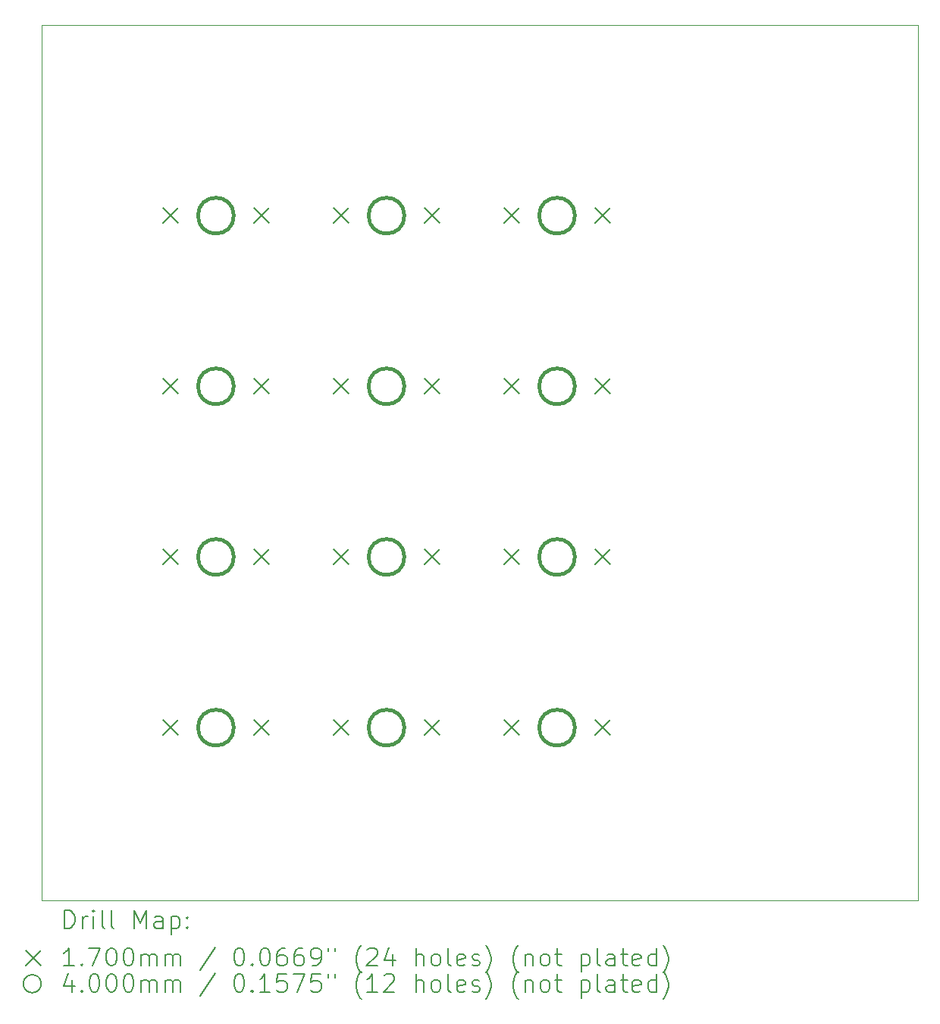
<source format=gbr>
%TF.GenerationSoftware,KiCad,Pcbnew,9.0.2*%
%TF.CreationDate,2025-07-31T17:55:36-05:00*%
%TF.ProjectId,highway,68696768-7761-4792-9e6b-696361645f70,rev?*%
%TF.SameCoordinates,Original*%
%TF.FileFunction,Drillmap*%
%TF.FilePolarity,Positive*%
%FSLAX45Y45*%
G04 Gerber Fmt 4.5, Leading zero omitted, Abs format (unit mm)*
G04 Created by KiCad (PCBNEW 9.0.2) date 2025-07-31 17:55:36*
%MOMM*%
%LPD*%
G01*
G04 APERTURE LIST*
%ADD10C,0.050000*%
%ADD11C,0.200000*%
%ADD12C,0.170000*%
%ADD13C,0.400000*%
G04 APERTURE END LIST*
D10*
X7100000Y-1679375D02*
X16888625Y-1679375D01*
X16888625Y-11450625D01*
X7100000Y-11450625D01*
X7100000Y-1679375D01*
D11*
D12*
X8455750Y-3725000D02*
X8625750Y-3895000D01*
X8625750Y-3725000D02*
X8455750Y-3895000D01*
X8455750Y-5630000D02*
X8625750Y-5800000D01*
X8625750Y-5630000D02*
X8455750Y-5800000D01*
X8455750Y-7535000D02*
X8625750Y-7705000D01*
X8625750Y-7535000D02*
X8455750Y-7705000D01*
X8455750Y-9440000D02*
X8625750Y-9610000D01*
X8625750Y-9440000D02*
X8455750Y-9610000D01*
X9471750Y-3725000D02*
X9641750Y-3895000D01*
X9641750Y-3725000D02*
X9471750Y-3895000D01*
X9471750Y-5630000D02*
X9641750Y-5800000D01*
X9641750Y-5630000D02*
X9471750Y-5800000D01*
X9471750Y-7535000D02*
X9641750Y-7705000D01*
X9641750Y-7535000D02*
X9471750Y-7705000D01*
X9471750Y-9440000D02*
X9641750Y-9610000D01*
X9641750Y-9440000D02*
X9471750Y-9610000D01*
X10360750Y-3725000D02*
X10530750Y-3895000D01*
X10530750Y-3725000D02*
X10360750Y-3895000D01*
X10360750Y-5630000D02*
X10530750Y-5800000D01*
X10530750Y-5630000D02*
X10360750Y-5800000D01*
X10360750Y-7535000D02*
X10530750Y-7705000D01*
X10530750Y-7535000D02*
X10360750Y-7705000D01*
X10360750Y-9440000D02*
X10530750Y-9610000D01*
X10530750Y-9440000D02*
X10360750Y-9610000D01*
X11376750Y-3725000D02*
X11546750Y-3895000D01*
X11546750Y-3725000D02*
X11376750Y-3895000D01*
X11376750Y-5630000D02*
X11546750Y-5800000D01*
X11546750Y-5630000D02*
X11376750Y-5800000D01*
X11376750Y-7535000D02*
X11546750Y-7705000D01*
X11546750Y-7535000D02*
X11376750Y-7705000D01*
X11376750Y-9440000D02*
X11546750Y-9610000D01*
X11546750Y-9440000D02*
X11376750Y-9610000D01*
X12265750Y-3725000D02*
X12435750Y-3895000D01*
X12435750Y-3725000D02*
X12265750Y-3895000D01*
X12265750Y-5630000D02*
X12435750Y-5800000D01*
X12435750Y-5630000D02*
X12265750Y-5800000D01*
X12265750Y-7535000D02*
X12435750Y-7705000D01*
X12435750Y-7535000D02*
X12265750Y-7705000D01*
X12265750Y-9440000D02*
X12435750Y-9610000D01*
X12435750Y-9440000D02*
X12265750Y-9610000D01*
X13281750Y-3725000D02*
X13451750Y-3895000D01*
X13451750Y-3725000D02*
X13281750Y-3895000D01*
X13281750Y-5630000D02*
X13451750Y-5800000D01*
X13451750Y-5630000D02*
X13281750Y-5800000D01*
X13281750Y-7535000D02*
X13451750Y-7705000D01*
X13451750Y-7535000D02*
X13281750Y-7705000D01*
X13281750Y-9440000D02*
X13451750Y-9610000D01*
X13451750Y-9440000D02*
X13281750Y-9610000D01*
D13*
X9248750Y-3810000D02*
G75*
G02*
X8848750Y-3810000I-200000J0D01*
G01*
X8848750Y-3810000D02*
G75*
G02*
X9248750Y-3810000I200000J0D01*
G01*
X9248750Y-5715000D02*
G75*
G02*
X8848750Y-5715000I-200000J0D01*
G01*
X8848750Y-5715000D02*
G75*
G02*
X9248750Y-5715000I200000J0D01*
G01*
X9248750Y-7620000D02*
G75*
G02*
X8848750Y-7620000I-200000J0D01*
G01*
X8848750Y-7620000D02*
G75*
G02*
X9248750Y-7620000I200000J0D01*
G01*
X9248750Y-9525000D02*
G75*
G02*
X8848750Y-9525000I-200000J0D01*
G01*
X8848750Y-9525000D02*
G75*
G02*
X9248750Y-9525000I200000J0D01*
G01*
X11153750Y-3810000D02*
G75*
G02*
X10753750Y-3810000I-200000J0D01*
G01*
X10753750Y-3810000D02*
G75*
G02*
X11153750Y-3810000I200000J0D01*
G01*
X11153750Y-5715000D02*
G75*
G02*
X10753750Y-5715000I-200000J0D01*
G01*
X10753750Y-5715000D02*
G75*
G02*
X11153750Y-5715000I200000J0D01*
G01*
X11153750Y-7620000D02*
G75*
G02*
X10753750Y-7620000I-200000J0D01*
G01*
X10753750Y-7620000D02*
G75*
G02*
X11153750Y-7620000I200000J0D01*
G01*
X11153750Y-9525000D02*
G75*
G02*
X10753750Y-9525000I-200000J0D01*
G01*
X10753750Y-9525000D02*
G75*
G02*
X11153750Y-9525000I200000J0D01*
G01*
X13058750Y-3810000D02*
G75*
G02*
X12658750Y-3810000I-200000J0D01*
G01*
X12658750Y-3810000D02*
G75*
G02*
X13058750Y-3810000I200000J0D01*
G01*
X13058750Y-5715000D02*
G75*
G02*
X12658750Y-5715000I-200000J0D01*
G01*
X12658750Y-5715000D02*
G75*
G02*
X13058750Y-5715000I200000J0D01*
G01*
X13058750Y-7620000D02*
G75*
G02*
X12658750Y-7620000I-200000J0D01*
G01*
X12658750Y-7620000D02*
G75*
G02*
X13058750Y-7620000I200000J0D01*
G01*
X13058750Y-9525000D02*
G75*
G02*
X12658750Y-9525000I-200000J0D01*
G01*
X12658750Y-9525000D02*
G75*
G02*
X13058750Y-9525000I200000J0D01*
G01*
D11*
X7358277Y-11764609D02*
X7358277Y-11564609D01*
X7358277Y-11564609D02*
X7405896Y-11564609D01*
X7405896Y-11564609D02*
X7434467Y-11574133D01*
X7434467Y-11574133D02*
X7453515Y-11593180D01*
X7453515Y-11593180D02*
X7463039Y-11612228D01*
X7463039Y-11612228D02*
X7472562Y-11650323D01*
X7472562Y-11650323D02*
X7472562Y-11678894D01*
X7472562Y-11678894D02*
X7463039Y-11716990D01*
X7463039Y-11716990D02*
X7453515Y-11736037D01*
X7453515Y-11736037D02*
X7434467Y-11755085D01*
X7434467Y-11755085D02*
X7405896Y-11764609D01*
X7405896Y-11764609D02*
X7358277Y-11764609D01*
X7558277Y-11764609D02*
X7558277Y-11631275D01*
X7558277Y-11669371D02*
X7567801Y-11650323D01*
X7567801Y-11650323D02*
X7577324Y-11640799D01*
X7577324Y-11640799D02*
X7596372Y-11631275D01*
X7596372Y-11631275D02*
X7615420Y-11631275D01*
X7682086Y-11764609D02*
X7682086Y-11631275D01*
X7682086Y-11564609D02*
X7672562Y-11574133D01*
X7672562Y-11574133D02*
X7682086Y-11583656D01*
X7682086Y-11583656D02*
X7691610Y-11574133D01*
X7691610Y-11574133D02*
X7682086Y-11564609D01*
X7682086Y-11564609D02*
X7682086Y-11583656D01*
X7805896Y-11764609D02*
X7786848Y-11755085D01*
X7786848Y-11755085D02*
X7777324Y-11736037D01*
X7777324Y-11736037D02*
X7777324Y-11564609D01*
X7910658Y-11764609D02*
X7891610Y-11755085D01*
X7891610Y-11755085D02*
X7882086Y-11736037D01*
X7882086Y-11736037D02*
X7882086Y-11564609D01*
X8139229Y-11764609D02*
X8139229Y-11564609D01*
X8139229Y-11564609D02*
X8205896Y-11707466D01*
X8205896Y-11707466D02*
X8272562Y-11564609D01*
X8272562Y-11564609D02*
X8272562Y-11764609D01*
X8453515Y-11764609D02*
X8453515Y-11659847D01*
X8453515Y-11659847D02*
X8443991Y-11640799D01*
X8443991Y-11640799D02*
X8424944Y-11631275D01*
X8424944Y-11631275D02*
X8386848Y-11631275D01*
X8386848Y-11631275D02*
X8367801Y-11640799D01*
X8453515Y-11755085D02*
X8434467Y-11764609D01*
X8434467Y-11764609D02*
X8386848Y-11764609D01*
X8386848Y-11764609D02*
X8367801Y-11755085D01*
X8367801Y-11755085D02*
X8358277Y-11736037D01*
X8358277Y-11736037D02*
X8358277Y-11716990D01*
X8358277Y-11716990D02*
X8367801Y-11697942D01*
X8367801Y-11697942D02*
X8386848Y-11688418D01*
X8386848Y-11688418D02*
X8434467Y-11688418D01*
X8434467Y-11688418D02*
X8453515Y-11678894D01*
X8548753Y-11631275D02*
X8548753Y-11831275D01*
X8548753Y-11640799D02*
X8567801Y-11631275D01*
X8567801Y-11631275D02*
X8605896Y-11631275D01*
X8605896Y-11631275D02*
X8624944Y-11640799D01*
X8624944Y-11640799D02*
X8634467Y-11650323D01*
X8634467Y-11650323D02*
X8643991Y-11669371D01*
X8643991Y-11669371D02*
X8643991Y-11726513D01*
X8643991Y-11726513D02*
X8634467Y-11745561D01*
X8634467Y-11745561D02*
X8624944Y-11755085D01*
X8624944Y-11755085D02*
X8605896Y-11764609D01*
X8605896Y-11764609D02*
X8567801Y-11764609D01*
X8567801Y-11764609D02*
X8548753Y-11755085D01*
X8729705Y-11745561D02*
X8739229Y-11755085D01*
X8739229Y-11755085D02*
X8729705Y-11764609D01*
X8729705Y-11764609D02*
X8720182Y-11755085D01*
X8720182Y-11755085D02*
X8729705Y-11745561D01*
X8729705Y-11745561D02*
X8729705Y-11764609D01*
X8729705Y-11640799D02*
X8739229Y-11650323D01*
X8739229Y-11650323D02*
X8729705Y-11659847D01*
X8729705Y-11659847D02*
X8720182Y-11650323D01*
X8720182Y-11650323D02*
X8729705Y-11640799D01*
X8729705Y-11640799D02*
X8729705Y-11659847D01*
D12*
X6927500Y-12008125D02*
X7097500Y-12178125D01*
X7097500Y-12008125D02*
X6927500Y-12178125D01*
D11*
X7463039Y-12184609D02*
X7348753Y-12184609D01*
X7405896Y-12184609D02*
X7405896Y-11984609D01*
X7405896Y-11984609D02*
X7386848Y-12013180D01*
X7386848Y-12013180D02*
X7367801Y-12032228D01*
X7367801Y-12032228D02*
X7348753Y-12041752D01*
X7548753Y-12165561D02*
X7558277Y-12175085D01*
X7558277Y-12175085D02*
X7548753Y-12184609D01*
X7548753Y-12184609D02*
X7539229Y-12175085D01*
X7539229Y-12175085D02*
X7548753Y-12165561D01*
X7548753Y-12165561D02*
X7548753Y-12184609D01*
X7624943Y-11984609D02*
X7758277Y-11984609D01*
X7758277Y-11984609D02*
X7672562Y-12184609D01*
X7872562Y-11984609D02*
X7891610Y-11984609D01*
X7891610Y-11984609D02*
X7910658Y-11994133D01*
X7910658Y-11994133D02*
X7920182Y-12003656D01*
X7920182Y-12003656D02*
X7929705Y-12022704D01*
X7929705Y-12022704D02*
X7939229Y-12060799D01*
X7939229Y-12060799D02*
X7939229Y-12108418D01*
X7939229Y-12108418D02*
X7929705Y-12146513D01*
X7929705Y-12146513D02*
X7920182Y-12165561D01*
X7920182Y-12165561D02*
X7910658Y-12175085D01*
X7910658Y-12175085D02*
X7891610Y-12184609D01*
X7891610Y-12184609D02*
X7872562Y-12184609D01*
X7872562Y-12184609D02*
X7853515Y-12175085D01*
X7853515Y-12175085D02*
X7843991Y-12165561D01*
X7843991Y-12165561D02*
X7834467Y-12146513D01*
X7834467Y-12146513D02*
X7824943Y-12108418D01*
X7824943Y-12108418D02*
X7824943Y-12060799D01*
X7824943Y-12060799D02*
X7834467Y-12022704D01*
X7834467Y-12022704D02*
X7843991Y-12003656D01*
X7843991Y-12003656D02*
X7853515Y-11994133D01*
X7853515Y-11994133D02*
X7872562Y-11984609D01*
X8063039Y-11984609D02*
X8082086Y-11984609D01*
X8082086Y-11984609D02*
X8101134Y-11994133D01*
X8101134Y-11994133D02*
X8110658Y-12003656D01*
X8110658Y-12003656D02*
X8120182Y-12022704D01*
X8120182Y-12022704D02*
X8129705Y-12060799D01*
X8129705Y-12060799D02*
X8129705Y-12108418D01*
X8129705Y-12108418D02*
X8120182Y-12146513D01*
X8120182Y-12146513D02*
X8110658Y-12165561D01*
X8110658Y-12165561D02*
X8101134Y-12175085D01*
X8101134Y-12175085D02*
X8082086Y-12184609D01*
X8082086Y-12184609D02*
X8063039Y-12184609D01*
X8063039Y-12184609D02*
X8043991Y-12175085D01*
X8043991Y-12175085D02*
X8034467Y-12165561D01*
X8034467Y-12165561D02*
X8024943Y-12146513D01*
X8024943Y-12146513D02*
X8015420Y-12108418D01*
X8015420Y-12108418D02*
X8015420Y-12060799D01*
X8015420Y-12060799D02*
X8024943Y-12022704D01*
X8024943Y-12022704D02*
X8034467Y-12003656D01*
X8034467Y-12003656D02*
X8043991Y-11994133D01*
X8043991Y-11994133D02*
X8063039Y-11984609D01*
X8215420Y-12184609D02*
X8215420Y-12051275D01*
X8215420Y-12070323D02*
X8224943Y-12060799D01*
X8224943Y-12060799D02*
X8243991Y-12051275D01*
X8243991Y-12051275D02*
X8272563Y-12051275D01*
X8272563Y-12051275D02*
X8291610Y-12060799D01*
X8291610Y-12060799D02*
X8301134Y-12079847D01*
X8301134Y-12079847D02*
X8301134Y-12184609D01*
X8301134Y-12079847D02*
X8310658Y-12060799D01*
X8310658Y-12060799D02*
X8329705Y-12051275D01*
X8329705Y-12051275D02*
X8358277Y-12051275D01*
X8358277Y-12051275D02*
X8377324Y-12060799D01*
X8377324Y-12060799D02*
X8386848Y-12079847D01*
X8386848Y-12079847D02*
X8386848Y-12184609D01*
X8482086Y-12184609D02*
X8482086Y-12051275D01*
X8482086Y-12070323D02*
X8491610Y-12060799D01*
X8491610Y-12060799D02*
X8510658Y-12051275D01*
X8510658Y-12051275D02*
X8539229Y-12051275D01*
X8539229Y-12051275D02*
X8558277Y-12060799D01*
X8558277Y-12060799D02*
X8567801Y-12079847D01*
X8567801Y-12079847D02*
X8567801Y-12184609D01*
X8567801Y-12079847D02*
X8577325Y-12060799D01*
X8577325Y-12060799D02*
X8596372Y-12051275D01*
X8596372Y-12051275D02*
X8624944Y-12051275D01*
X8624944Y-12051275D02*
X8643991Y-12060799D01*
X8643991Y-12060799D02*
X8653515Y-12079847D01*
X8653515Y-12079847D02*
X8653515Y-12184609D01*
X9043991Y-11975085D02*
X8872563Y-12232228D01*
X9301134Y-11984609D02*
X9320182Y-11984609D01*
X9320182Y-11984609D02*
X9339229Y-11994133D01*
X9339229Y-11994133D02*
X9348753Y-12003656D01*
X9348753Y-12003656D02*
X9358277Y-12022704D01*
X9358277Y-12022704D02*
X9367801Y-12060799D01*
X9367801Y-12060799D02*
X9367801Y-12108418D01*
X9367801Y-12108418D02*
X9358277Y-12146513D01*
X9358277Y-12146513D02*
X9348753Y-12165561D01*
X9348753Y-12165561D02*
X9339229Y-12175085D01*
X9339229Y-12175085D02*
X9320182Y-12184609D01*
X9320182Y-12184609D02*
X9301134Y-12184609D01*
X9301134Y-12184609D02*
X9282087Y-12175085D01*
X9282087Y-12175085D02*
X9272563Y-12165561D01*
X9272563Y-12165561D02*
X9263039Y-12146513D01*
X9263039Y-12146513D02*
X9253515Y-12108418D01*
X9253515Y-12108418D02*
X9253515Y-12060799D01*
X9253515Y-12060799D02*
X9263039Y-12022704D01*
X9263039Y-12022704D02*
X9272563Y-12003656D01*
X9272563Y-12003656D02*
X9282087Y-11994133D01*
X9282087Y-11994133D02*
X9301134Y-11984609D01*
X9453515Y-12165561D02*
X9463039Y-12175085D01*
X9463039Y-12175085D02*
X9453515Y-12184609D01*
X9453515Y-12184609D02*
X9443991Y-12175085D01*
X9443991Y-12175085D02*
X9453515Y-12165561D01*
X9453515Y-12165561D02*
X9453515Y-12184609D01*
X9586848Y-11984609D02*
X9605896Y-11984609D01*
X9605896Y-11984609D02*
X9624944Y-11994133D01*
X9624944Y-11994133D02*
X9634468Y-12003656D01*
X9634468Y-12003656D02*
X9643991Y-12022704D01*
X9643991Y-12022704D02*
X9653515Y-12060799D01*
X9653515Y-12060799D02*
X9653515Y-12108418D01*
X9653515Y-12108418D02*
X9643991Y-12146513D01*
X9643991Y-12146513D02*
X9634468Y-12165561D01*
X9634468Y-12165561D02*
X9624944Y-12175085D01*
X9624944Y-12175085D02*
X9605896Y-12184609D01*
X9605896Y-12184609D02*
X9586848Y-12184609D01*
X9586848Y-12184609D02*
X9567801Y-12175085D01*
X9567801Y-12175085D02*
X9558277Y-12165561D01*
X9558277Y-12165561D02*
X9548753Y-12146513D01*
X9548753Y-12146513D02*
X9539229Y-12108418D01*
X9539229Y-12108418D02*
X9539229Y-12060799D01*
X9539229Y-12060799D02*
X9548753Y-12022704D01*
X9548753Y-12022704D02*
X9558277Y-12003656D01*
X9558277Y-12003656D02*
X9567801Y-11994133D01*
X9567801Y-11994133D02*
X9586848Y-11984609D01*
X9824944Y-11984609D02*
X9786848Y-11984609D01*
X9786848Y-11984609D02*
X9767801Y-11994133D01*
X9767801Y-11994133D02*
X9758277Y-12003656D01*
X9758277Y-12003656D02*
X9739229Y-12032228D01*
X9739229Y-12032228D02*
X9729706Y-12070323D01*
X9729706Y-12070323D02*
X9729706Y-12146513D01*
X9729706Y-12146513D02*
X9739229Y-12165561D01*
X9739229Y-12165561D02*
X9748753Y-12175085D01*
X9748753Y-12175085D02*
X9767801Y-12184609D01*
X9767801Y-12184609D02*
X9805896Y-12184609D01*
X9805896Y-12184609D02*
X9824944Y-12175085D01*
X9824944Y-12175085D02*
X9834468Y-12165561D01*
X9834468Y-12165561D02*
X9843991Y-12146513D01*
X9843991Y-12146513D02*
X9843991Y-12098894D01*
X9843991Y-12098894D02*
X9834468Y-12079847D01*
X9834468Y-12079847D02*
X9824944Y-12070323D01*
X9824944Y-12070323D02*
X9805896Y-12060799D01*
X9805896Y-12060799D02*
X9767801Y-12060799D01*
X9767801Y-12060799D02*
X9748753Y-12070323D01*
X9748753Y-12070323D02*
X9739229Y-12079847D01*
X9739229Y-12079847D02*
X9729706Y-12098894D01*
X10015420Y-11984609D02*
X9977325Y-11984609D01*
X9977325Y-11984609D02*
X9958277Y-11994133D01*
X9958277Y-11994133D02*
X9948753Y-12003656D01*
X9948753Y-12003656D02*
X9929706Y-12032228D01*
X9929706Y-12032228D02*
X9920182Y-12070323D01*
X9920182Y-12070323D02*
X9920182Y-12146513D01*
X9920182Y-12146513D02*
X9929706Y-12165561D01*
X9929706Y-12165561D02*
X9939229Y-12175085D01*
X9939229Y-12175085D02*
X9958277Y-12184609D01*
X9958277Y-12184609D02*
X9996372Y-12184609D01*
X9996372Y-12184609D02*
X10015420Y-12175085D01*
X10015420Y-12175085D02*
X10024944Y-12165561D01*
X10024944Y-12165561D02*
X10034468Y-12146513D01*
X10034468Y-12146513D02*
X10034468Y-12098894D01*
X10034468Y-12098894D02*
X10024944Y-12079847D01*
X10024944Y-12079847D02*
X10015420Y-12070323D01*
X10015420Y-12070323D02*
X9996372Y-12060799D01*
X9996372Y-12060799D02*
X9958277Y-12060799D01*
X9958277Y-12060799D02*
X9939229Y-12070323D01*
X9939229Y-12070323D02*
X9929706Y-12079847D01*
X9929706Y-12079847D02*
X9920182Y-12098894D01*
X10129706Y-12184609D02*
X10167801Y-12184609D01*
X10167801Y-12184609D02*
X10186849Y-12175085D01*
X10186849Y-12175085D02*
X10196372Y-12165561D01*
X10196372Y-12165561D02*
X10215420Y-12136990D01*
X10215420Y-12136990D02*
X10224944Y-12098894D01*
X10224944Y-12098894D02*
X10224944Y-12022704D01*
X10224944Y-12022704D02*
X10215420Y-12003656D01*
X10215420Y-12003656D02*
X10205896Y-11994133D01*
X10205896Y-11994133D02*
X10186849Y-11984609D01*
X10186849Y-11984609D02*
X10148753Y-11984609D01*
X10148753Y-11984609D02*
X10129706Y-11994133D01*
X10129706Y-11994133D02*
X10120182Y-12003656D01*
X10120182Y-12003656D02*
X10110658Y-12022704D01*
X10110658Y-12022704D02*
X10110658Y-12070323D01*
X10110658Y-12070323D02*
X10120182Y-12089371D01*
X10120182Y-12089371D02*
X10129706Y-12098894D01*
X10129706Y-12098894D02*
X10148753Y-12108418D01*
X10148753Y-12108418D02*
X10186849Y-12108418D01*
X10186849Y-12108418D02*
X10205896Y-12098894D01*
X10205896Y-12098894D02*
X10215420Y-12089371D01*
X10215420Y-12089371D02*
X10224944Y-12070323D01*
X10301134Y-11984609D02*
X10301134Y-12022704D01*
X10377325Y-11984609D02*
X10377325Y-12022704D01*
X10672563Y-12260799D02*
X10663039Y-12251275D01*
X10663039Y-12251275D02*
X10643991Y-12222704D01*
X10643991Y-12222704D02*
X10634468Y-12203656D01*
X10634468Y-12203656D02*
X10624944Y-12175085D01*
X10624944Y-12175085D02*
X10615420Y-12127466D01*
X10615420Y-12127466D02*
X10615420Y-12089371D01*
X10615420Y-12089371D02*
X10624944Y-12041752D01*
X10624944Y-12041752D02*
X10634468Y-12013180D01*
X10634468Y-12013180D02*
X10643991Y-11994133D01*
X10643991Y-11994133D02*
X10663039Y-11965561D01*
X10663039Y-11965561D02*
X10672563Y-11956037D01*
X10739230Y-12003656D02*
X10748753Y-11994133D01*
X10748753Y-11994133D02*
X10767801Y-11984609D01*
X10767801Y-11984609D02*
X10815420Y-11984609D01*
X10815420Y-11984609D02*
X10834468Y-11994133D01*
X10834468Y-11994133D02*
X10843991Y-12003656D01*
X10843991Y-12003656D02*
X10853515Y-12022704D01*
X10853515Y-12022704D02*
X10853515Y-12041752D01*
X10853515Y-12041752D02*
X10843991Y-12070323D01*
X10843991Y-12070323D02*
X10729706Y-12184609D01*
X10729706Y-12184609D02*
X10853515Y-12184609D01*
X11024944Y-12051275D02*
X11024944Y-12184609D01*
X10977325Y-11975085D02*
X10929706Y-12117942D01*
X10929706Y-12117942D02*
X11053515Y-12117942D01*
X11282087Y-12184609D02*
X11282087Y-11984609D01*
X11367801Y-12184609D02*
X11367801Y-12079847D01*
X11367801Y-12079847D02*
X11358277Y-12060799D01*
X11358277Y-12060799D02*
X11339230Y-12051275D01*
X11339230Y-12051275D02*
X11310658Y-12051275D01*
X11310658Y-12051275D02*
X11291610Y-12060799D01*
X11291610Y-12060799D02*
X11282087Y-12070323D01*
X11491610Y-12184609D02*
X11472563Y-12175085D01*
X11472563Y-12175085D02*
X11463039Y-12165561D01*
X11463039Y-12165561D02*
X11453515Y-12146513D01*
X11453515Y-12146513D02*
X11453515Y-12089371D01*
X11453515Y-12089371D02*
X11463039Y-12070323D01*
X11463039Y-12070323D02*
X11472563Y-12060799D01*
X11472563Y-12060799D02*
X11491610Y-12051275D01*
X11491610Y-12051275D02*
X11520182Y-12051275D01*
X11520182Y-12051275D02*
X11539230Y-12060799D01*
X11539230Y-12060799D02*
X11548753Y-12070323D01*
X11548753Y-12070323D02*
X11558277Y-12089371D01*
X11558277Y-12089371D02*
X11558277Y-12146513D01*
X11558277Y-12146513D02*
X11548753Y-12165561D01*
X11548753Y-12165561D02*
X11539230Y-12175085D01*
X11539230Y-12175085D02*
X11520182Y-12184609D01*
X11520182Y-12184609D02*
X11491610Y-12184609D01*
X11672563Y-12184609D02*
X11653515Y-12175085D01*
X11653515Y-12175085D02*
X11643991Y-12156037D01*
X11643991Y-12156037D02*
X11643991Y-11984609D01*
X11824944Y-12175085D02*
X11805896Y-12184609D01*
X11805896Y-12184609D02*
X11767801Y-12184609D01*
X11767801Y-12184609D02*
X11748753Y-12175085D01*
X11748753Y-12175085D02*
X11739230Y-12156037D01*
X11739230Y-12156037D02*
X11739230Y-12079847D01*
X11739230Y-12079847D02*
X11748753Y-12060799D01*
X11748753Y-12060799D02*
X11767801Y-12051275D01*
X11767801Y-12051275D02*
X11805896Y-12051275D01*
X11805896Y-12051275D02*
X11824944Y-12060799D01*
X11824944Y-12060799D02*
X11834468Y-12079847D01*
X11834468Y-12079847D02*
X11834468Y-12098894D01*
X11834468Y-12098894D02*
X11739230Y-12117942D01*
X11910658Y-12175085D02*
X11929706Y-12184609D01*
X11929706Y-12184609D02*
X11967801Y-12184609D01*
X11967801Y-12184609D02*
X11986849Y-12175085D01*
X11986849Y-12175085D02*
X11996372Y-12156037D01*
X11996372Y-12156037D02*
X11996372Y-12146513D01*
X11996372Y-12146513D02*
X11986849Y-12127466D01*
X11986849Y-12127466D02*
X11967801Y-12117942D01*
X11967801Y-12117942D02*
X11939230Y-12117942D01*
X11939230Y-12117942D02*
X11920182Y-12108418D01*
X11920182Y-12108418D02*
X11910658Y-12089371D01*
X11910658Y-12089371D02*
X11910658Y-12079847D01*
X11910658Y-12079847D02*
X11920182Y-12060799D01*
X11920182Y-12060799D02*
X11939230Y-12051275D01*
X11939230Y-12051275D02*
X11967801Y-12051275D01*
X11967801Y-12051275D02*
X11986849Y-12060799D01*
X12063039Y-12260799D02*
X12072563Y-12251275D01*
X12072563Y-12251275D02*
X12091611Y-12222704D01*
X12091611Y-12222704D02*
X12101134Y-12203656D01*
X12101134Y-12203656D02*
X12110658Y-12175085D01*
X12110658Y-12175085D02*
X12120182Y-12127466D01*
X12120182Y-12127466D02*
X12120182Y-12089371D01*
X12120182Y-12089371D02*
X12110658Y-12041752D01*
X12110658Y-12041752D02*
X12101134Y-12013180D01*
X12101134Y-12013180D02*
X12091611Y-11994133D01*
X12091611Y-11994133D02*
X12072563Y-11965561D01*
X12072563Y-11965561D02*
X12063039Y-11956037D01*
X12424944Y-12260799D02*
X12415420Y-12251275D01*
X12415420Y-12251275D02*
X12396372Y-12222704D01*
X12396372Y-12222704D02*
X12386849Y-12203656D01*
X12386849Y-12203656D02*
X12377325Y-12175085D01*
X12377325Y-12175085D02*
X12367801Y-12127466D01*
X12367801Y-12127466D02*
X12367801Y-12089371D01*
X12367801Y-12089371D02*
X12377325Y-12041752D01*
X12377325Y-12041752D02*
X12386849Y-12013180D01*
X12386849Y-12013180D02*
X12396372Y-11994133D01*
X12396372Y-11994133D02*
X12415420Y-11965561D01*
X12415420Y-11965561D02*
X12424944Y-11956037D01*
X12501134Y-12051275D02*
X12501134Y-12184609D01*
X12501134Y-12070323D02*
X12510658Y-12060799D01*
X12510658Y-12060799D02*
X12529706Y-12051275D01*
X12529706Y-12051275D02*
X12558277Y-12051275D01*
X12558277Y-12051275D02*
X12577325Y-12060799D01*
X12577325Y-12060799D02*
X12586849Y-12079847D01*
X12586849Y-12079847D02*
X12586849Y-12184609D01*
X12710658Y-12184609D02*
X12691611Y-12175085D01*
X12691611Y-12175085D02*
X12682087Y-12165561D01*
X12682087Y-12165561D02*
X12672563Y-12146513D01*
X12672563Y-12146513D02*
X12672563Y-12089371D01*
X12672563Y-12089371D02*
X12682087Y-12070323D01*
X12682087Y-12070323D02*
X12691611Y-12060799D01*
X12691611Y-12060799D02*
X12710658Y-12051275D01*
X12710658Y-12051275D02*
X12739230Y-12051275D01*
X12739230Y-12051275D02*
X12758277Y-12060799D01*
X12758277Y-12060799D02*
X12767801Y-12070323D01*
X12767801Y-12070323D02*
X12777325Y-12089371D01*
X12777325Y-12089371D02*
X12777325Y-12146513D01*
X12777325Y-12146513D02*
X12767801Y-12165561D01*
X12767801Y-12165561D02*
X12758277Y-12175085D01*
X12758277Y-12175085D02*
X12739230Y-12184609D01*
X12739230Y-12184609D02*
X12710658Y-12184609D01*
X12834468Y-12051275D02*
X12910658Y-12051275D01*
X12863039Y-11984609D02*
X12863039Y-12156037D01*
X12863039Y-12156037D02*
X12872563Y-12175085D01*
X12872563Y-12175085D02*
X12891611Y-12184609D01*
X12891611Y-12184609D02*
X12910658Y-12184609D01*
X13129706Y-12051275D02*
X13129706Y-12251275D01*
X13129706Y-12060799D02*
X13148753Y-12051275D01*
X13148753Y-12051275D02*
X13186849Y-12051275D01*
X13186849Y-12051275D02*
X13205896Y-12060799D01*
X13205896Y-12060799D02*
X13215420Y-12070323D01*
X13215420Y-12070323D02*
X13224944Y-12089371D01*
X13224944Y-12089371D02*
X13224944Y-12146513D01*
X13224944Y-12146513D02*
X13215420Y-12165561D01*
X13215420Y-12165561D02*
X13205896Y-12175085D01*
X13205896Y-12175085D02*
X13186849Y-12184609D01*
X13186849Y-12184609D02*
X13148753Y-12184609D01*
X13148753Y-12184609D02*
X13129706Y-12175085D01*
X13339230Y-12184609D02*
X13320182Y-12175085D01*
X13320182Y-12175085D02*
X13310658Y-12156037D01*
X13310658Y-12156037D02*
X13310658Y-11984609D01*
X13501134Y-12184609D02*
X13501134Y-12079847D01*
X13501134Y-12079847D02*
X13491611Y-12060799D01*
X13491611Y-12060799D02*
X13472563Y-12051275D01*
X13472563Y-12051275D02*
X13434468Y-12051275D01*
X13434468Y-12051275D02*
X13415420Y-12060799D01*
X13501134Y-12175085D02*
X13482087Y-12184609D01*
X13482087Y-12184609D02*
X13434468Y-12184609D01*
X13434468Y-12184609D02*
X13415420Y-12175085D01*
X13415420Y-12175085D02*
X13405896Y-12156037D01*
X13405896Y-12156037D02*
X13405896Y-12136990D01*
X13405896Y-12136990D02*
X13415420Y-12117942D01*
X13415420Y-12117942D02*
X13434468Y-12108418D01*
X13434468Y-12108418D02*
X13482087Y-12108418D01*
X13482087Y-12108418D02*
X13501134Y-12098894D01*
X13567801Y-12051275D02*
X13643992Y-12051275D01*
X13596373Y-11984609D02*
X13596373Y-12156037D01*
X13596373Y-12156037D02*
X13605896Y-12175085D01*
X13605896Y-12175085D02*
X13624944Y-12184609D01*
X13624944Y-12184609D02*
X13643992Y-12184609D01*
X13786849Y-12175085D02*
X13767801Y-12184609D01*
X13767801Y-12184609D02*
X13729706Y-12184609D01*
X13729706Y-12184609D02*
X13710658Y-12175085D01*
X13710658Y-12175085D02*
X13701134Y-12156037D01*
X13701134Y-12156037D02*
X13701134Y-12079847D01*
X13701134Y-12079847D02*
X13710658Y-12060799D01*
X13710658Y-12060799D02*
X13729706Y-12051275D01*
X13729706Y-12051275D02*
X13767801Y-12051275D01*
X13767801Y-12051275D02*
X13786849Y-12060799D01*
X13786849Y-12060799D02*
X13796373Y-12079847D01*
X13796373Y-12079847D02*
X13796373Y-12098894D01*
X13796373Y-12098894D02*
X13701134Y-12117942D01*
X13967801Y-12184609D02*
X13967801Y-11984609D01*
X13967801Y-12175085D02*
X13948754Y-12184609D01*
X13948754Y-12184609D02*
X13910658Y-12184609D01*
X13910658Y-12184609D02*
X13891611Y-12175085D01*
X13891611Y-12175085D02*
X13882087Y-12165561D01*
X13882087Y-12165561D02*
X13872563Y-12146513D01*
X13872563Y-12146513D02*
X13872563Y-12089371D01*
X13872563Y-12089371D02*
X13882087Y-12070323D01*
X13882087Y-12070323D02*
X13891611Y-12060799D01*
X13891611Y-12060799D02*
X13910658Y-12051275D01*
X13910658Y-12051275D02*
X13948754Y-12051275D01*
X13948754Y-12051275D02*
X13967801Y-12060799D01*
X14043992Y-12260799D02*
X14053515Y-12251275D01*
X14053515Y-12251275D02*
X14072563Y-12222704D01*
X14072563Y-12222704D02*
X14082087Y-12203656D01*
X14082087Y-12203656D02*
X14091611Y-12175085D01*
X14091611Y-12175085D02*
X14101134Y-12127466D01*
X14101134Y-12127466D02*
X14101134Y-12089371D01*
X14101134Y-12089371D02*
X14091611Y-12041752D01*
X14091611Y-12041752D02*
X14082087Y-12013180D01*
X14082087Y-12013180D02*
X14072563Y-11994133D01*
X14072563Y-11994133D02*
X14053515Y-11965561D01*
X14053515Y-11965561D02*
X14043992Y-11956037D01*
X7097500Y-12383125D02*
G75*
G02*
X6897500Y-12383125I-100000J0D01*
G01*
X6897500Y-12383125D02*
G75*
G02*
X7097500Y-12383125I100000J0D01*
G01*
X7443991Y-12341275D02*
X7443991Y-12474609D01*
X7396372Y-12265085D02*
X7348753Y-12407942D01*
X7348753Y-12407942D02*
X7472562Y-12407942D01*
X7548753Y-12455561D02*
X7558277Y-12465085D01*
X7558277Y-12465085D02*
X7548753Y-12474609D01*
X7548753Y-12474609D02*
X7539229Y-12465085D01*
X7539229Y-12465085D02*
X7548753Y-12455561D01*
X7548753Y-12455561D02*
X7548753Y-12474609D01*
X7682086Y-12274609D02*
X7701134Y-12274609D01*
X7701134Y-12274609D02*
X7720182Y-12284133D01*
X7720182Y-12284133D02*
X7729705Y-12293656D01*
X7729705Y-12293656D02*
X7739229Y-12312704D01*
X7739229Y-12312704D02*
X7748753Y-12350799D01*
X7748753Y-12350799D02*
X7748753Y-12398418D01*
X7748753Y-12398418D02*
X7739229Y-12436513D01*
X7739229Y-12436513D02*
X7729705Y-12455561D01*
X7729705Y-12455561D02*
X7720182Y-12465085D01*
X7720182Y-12465085D02*
X7701134Y-12474609D01*
X7701134Y-12474609D02*
X7682086Y-12474609D01*
X7682086Y-12474609D02*
X7663039Y-12465085D01*
X7663039Y-12465085D02*
X7653515Y-12455561D01*
X7653515Y-12455561D02*
X7643991Y-12436513D01*
X7643991Y-12436513D02*
X7634467Y-12398418D01*
X7634467Y-12398418D02*
X7634467Y-12350799D01*
X7634467Y-12350799D02*
X7643991Y-12312704D01*
X7643991Y-12312704D02*
X7653515Y-12293656D01*
X7653515Y-12293656D02*
X7663039Y-12284133D01*
X7663039Y-12284133D02*
X7682086Y-12274609D01*
X7872562Y-12274609D02*
X7891610Y-12274609D01*
X7891610Y-12274609D02*
X7910658Y-12284133D01*
X7910658Y-12284133D02*
X7920182Y-12293656D01*
X7920182Y-12293656D02*
X7929705Y-12312704D01*
X7929705Y-12312704D02*
X7939229Y-12350799D01*
X7939229Y-12350799D02*
X7939229Y-12398418D01*
X7939229Y-12398418D02*
X7929705Y-12436513D01*
X7929705Y-12436513D02*
X7920182Y-12455561D01*
X7920182Y-12455561D02*
X7910658Y-12465085D01*
X7910658Y-12465085D02*
X7891610Y-12474609D01*
X7891610Y-12474609D02*
X7872562Y-12474609D01*
X7872562Y-12474609D02*
X7853515Y-12465085D01*
X7853515Y-12465085D02*
X7843991Y-12455561D01*
X7843991Y-12455561D02*
X7834467Y-12436513D01*
X7834467Y-12436513D02*
X7824943Y-12398418D01*
X7824943Y-12398418D02*
X7824943Y-12350799D01*
X7824943Y-12350799D02*
X7834467Y-12312704D01*
X7834467Y-12312704D02*
X7843991Y-12293656D01*
X7843991Y-12293656D02*
X7853515Y-12284133D01*
X7853515Y-12284133D02*
X7872562Y-12274609D01*
X8063039Y-12274609D02*
X8082086Y-12274609D01*
X8082086Y-12274609D02*
X8101134Y-12284133D01*
X8101134Y-12284133D02*
X8110658Y-12293656D01*
X8110658Y-12293656D02*
X8120182Y-12312704D01*
X8120182Y-12312704D02*
X8129705Y-12350799D01*
X8129705Y-12350799D02*
X8129705Y-12398418D01*
X8129705Y-12398418D02*
X8120182Y-12436513D01*
X8120182Y-12436513D02*
X8110658Y-12455561D01*
X8110658Y-12455561D02*
X8101134Y-12465085D01*
X8101134Y-12465085D02*
X8082086Y-12474609D01*
X8082086Y-12474609D02*
X8063039Y-12474609D01*
X8063039Y-12474609D02*
X8043991Y-12465085D01*
X8043991Y-12465085D02*
X8034467Y-12455561D01*
X8034467Y-12455561D02*
X8024943Y-12436513D01*
X8024943Y-12436513D02*
X8015420Y-12398418D01*
X8015420Y-12398418D02*
X8015420Y-12350799D01*
X8015420Y-12350799D02*
X8024943Y-12312704D01*
X8024943Y-12312704D02*
X8034467Y-12293656D01*
X8034467Y-12293656D02*
X8043991Y-12284133D01*
X8043991Y-12284133D02*
X8063039Y-12274609D01*
X8215420Y-12474609D02*
X8215420Y-12341275D01*
X8215420Y-12360323D02*
X8224943Y-12350799D01*
X8224943Y-12350799D02*
X8243991Y-12341275D01*
X8243991Y-12341275D02*
X8272563Y-12341275D01*
X8272563Y-12341275D02*
X8291610Y-12350799D01*
X8291610Y-12350799D02*
X8301134Y-12369847D01*
X8301134Y-12369847D02*
X8301134Y-12474609D01*
X8301134Y-12369847D02*
X8310658Y-12350799D01*
X8310658Y-12350799D02*
X8329705Y-12341275D01*
X8329705Y-12341275D02*
X8358277Y-12341275D01*
X8358277Y-12341275D02*
X8377324Y-12350799D01*
X8377324Y-12350799D02*
X8386848Y-12369847D01*
X8386848Y-12369847D02*
X8386848Y-12474609D01*
X8482086Y-12474609D02*
X8482086Y-12341275D01*
X8482086Y-12360323D02*
X8491610Y-12350799D01*
X8491610Y-12350799D02*
X8510658Y-12341275D01*
X8510658Y-12341275D02*
X8539229Y-12341275D01*
X8539229Y-12341275D02*
X8558277Y-12350799D01*
X8558277Y-12350799D02*
X8567801Y-12369847D01*
X8567801Y-12369847D02*
X8567801Y-12474609D01*
X8567801Y-12369847D02*
X8577325Y-12350799D01*
X8577325Y-12350799D02*
X8596372Y-12341275D01*
X8596372Y-12341275D02*
X8624944Y-12341275D01*
X8624944Y-12341275D02*
X8643991Y-12350799D01*
X8643991Y-12350799D02*
X8653515Y-12369847D01*
X8653515Y-12369847D02*
X8653515Y-12474609D01*
X9043991Y-12265085D02*
X8872563Y-12522228D01*
X9301134Y-12274609D02*
X9320182Y-12274609D01*
X9320182Y-12274609D02*
X9339229Y-12284133D01*
X9339229Y-12284133D02*
X9348753Y-12293656D01*
X9348753Y-12293656D02*
X9358277Y-12312704D01*
X9358277Y-12312704D02*
X9367801Y-12350799D01*
X9367801Y-12350799D02*
X9367801Y-12398418D01*
X9367801Y-12398418D02*
X9358277Y-12436513D01*
X9358277Y-12436513D02*
X9348753Y-12455561D01*
X9348753Y-12455561D02*
X9339229Y-12465085D01*
X9339229Y-12465085D02*
X9320182Y-12474609D01*
X9320182Y-12474609D02*
X9301134Y-12474609D01*
X9301134Y-12474609D02*
X9282087Y-12465085D01*
X9282087Y-12465085D02*
X9272563Y-12455561D01*
X9272563Y-12455561D02*
X9263039Y-12436513D01*
X9263039Y-12436513D02*
X9253515Y-12398418D01*
X9253515Y-12398418D02*
X9253515Y-12350799D01*
X9253515Y-12350799D02*
X9263039Y-12312704D01*
X9263039Y-12312704D02*
X9272563Y-12293656D01*
X9272563Y-12293656D02*
X9282087Y-12284133D01*
X9282087Y-12284133D02*
X9301134Y-12274609D01*
X9453515Y-12455561D02*
X9463039Y-12465085D01*
X9463039Y-12465085D02*
X9453515Y-12474609D01*
X9453515Y-12474609D02*
X9443991Y-12465085D01*
X9443991Y-12465085D02*
X9453515Y-12455561D01*
X9453515Y-12455561D02*
X9453515Y-12474609D01*
X9653515Y-12474609D02*
X9539229Y-12474609D01*
X9596372Y-12474609D02*
X9596372Y-12274609D01*
X9596372Y-12274609D02*
X9577325Y-12303180D01*
X9577325Y-12303180D02*
X9558277Y-12322228D01*
X9558277Y-12322228D02*
X9539229Y-12331752D01*
X9834468Y-12274609D02*
X9739229Y-12274609D01*
X9739229Y-12274609D02*
X9729706Y-12369847D01*
X9729706Y-12369847D02*
X9739229Y-12360323D01*
X9739229Y-12360323D02*
X9758277Y-12350799D01*
X9758277Y-12350799D02*
X9805896Y-12350799D01*
X9805896Y-12350799D02*
X9824944Y-12360323D01*
X9824944Y-12360323D02*
X9834468Y-12369847D01*
X9834468Y-12369847D02*
X9843991Y-12388894D01*
X9843991Y-12388894D02*
X9843991Y-12436513D01*
X9843991Y-12436513D02*
X9834468Y-12455561D01*
X9834468Y-12455561D02*
X9824944Y-12465085D01*
X9824944Y-12465085D02*
X9805896Y-12474609D01*
X9805896Y-12474609D02*
X9758277Y-12474609D01*
X9758277Y-12474609D02*
X9739229Y-12465085D01*
X9739229Y-12465085D02*
X9729706Y-12455561D01*
X9910658Y-12274609D02*
X10043991Y-12274609D01*
X10043991Y-12274609D02*
X9958277Y-12474609D01*
X10215420Y-12274609D02*
X10120182Y-12274609D01*
X10120182Y-12274609D02*
X10110658Y-12369847D01*
X10110658Y-12369847D02*
X10120182Y-12360323D01*
X10120182Y-12360323D02*
X10139229Y-12350799D01*
X10139229Y-12350799D02*
X10186849Y-12350799D01*
X10186849Y-12350799D02*
X10205896Y-12360323D01*
X10205896Y-12360323D02*
X10215420Y-12369847D01*
X10215420Y-12369847D02*
X10224944Y-12388894D01*
X10224944Y-12388894D02*
X10224944Y-12436513D01*
X10224944Y-12436513D02*
X10215420Y-12455561D01*
X10215420Y-12455561D02*
X10205896Y-12465085D01*
X10205896Y-12465085D02*
X10186849Y-12474609D01*
X10186849Y-12474609D02*
X10139229Y-12474609D01*
X10139229Y-12474609D02*
X10120182Y-12465085D01*
X10120182Y-12465085D02*
X10110658Y-12455561D01*
X10301134Y-12274609D02*
X10301134Y-12312704D01*
X10377325Y-12274609D02*
X10377325Y-12312704D01*
X10672563Y-12550799D02*
X10663039Y-12541275D01*
X10663039Y-12541275D02*
X10643991Y-12512704D01*
X10643991Y-12512704D02*
X10634468Y-12493656D01*
X10634468Y-12493656D02*
X10624944Y-12465085D01*
X10624944Y-12465085D02*
X10615420Y-12417466D01*
X10615420Y-12417466D02*
X10615420Y-12379371D01*
X10615420Y-12379371D02*
X10624944Y-12331752D01*
X10624944Y-12331752D02*
X10634468Y-12303180D01*
X10634468Y-12303180D02*
X10643991Y-12284133D01*
X10643991Y-12284133D02*
X10663039Y-12255561D01*
X10663039Y-12255561D02*
X10672563Y-12246037D01*
X10853515Y-12474609D02*
X10739230Y-12474609D01*
X10796372Y-12474609D02*
X10796372Y-12274609D01*
X10796372Y-12274609D02*
X10777325Y-12303180D01*
X10777325Y-12303180D02*
X10758277Y-12322228D01*
X10758277Y-12322228D02*
X10739230Y-12331752D01*
X10929706Y-12293656D02*
X10939230Y-12284133D01*
X10939230Y-12284133D02*
X10958277Y-12274609D01*
X10958277Y-12274609D02*
X11005896Y-12274609D01*
X11005896Y-12274609D02*
X11024944Y-12284133D01*
X11024944Y-12284133D02*
X11034468Y-12293656D01*
X11034468Y-12293656D02*
X11043991Y-12312704D01*
X11043991Y-12312704D02*
X11043991Y-12331752D01*
X11043991Y-12331752D02*
X11034468Y-12360323D01*
X11034468Y-12360323D02*
X10920182Y-12474609D01*
X10920182Y-12474609D02*
X11043991Y-12474609D01*
X11282087Y-12474609D02*
X11282087Y-12274609D01*
X11367801Y-12474609D02*
X11367801Y-12369847D01*
X11367801Y-12369847D02*
X11358277Y-12350799D01*
X11358277Y-12350799D02*
X11339230Y-12341275D01*
X11339230Y-12341275D02*
X11310658Y-12341275D01*
X11310658Y-12341275D02*
X11291610Y-12350799D01*
X11291610Y-12350799D02*
X11282087Y-12360323D01*
X11491610Y-12474609D02*
X11472563Y-12465085D01*
X11472563Y-12465085D02*
X11463039Y-12455561D01*
X11463039Y-12455561D02*
X11453515Y-12436513D01*
X11453515Y-12436513D02*
X11453515Y-12379371D01*
X11453515Y-12379371D02*
X11463039Y-12360323D01*
X11463039Y-12360323D02*
X11472563Y-12350799D01*
X11472563Y-12350799D02*
X11491610Y-12341275D01*
X11491610Y-12341275D02*
X11520182Y-12341275D01*
X11520182Y-12341275D02*
X11539230Y-12350799D01*
X11539230Y-12350799D02*
X11548753Y-12360323D01*
X11548753Y-12360323D02*
X11558277Y-12379371D01*
X11558277Y-12379371D02*
X11558277Y-12436513D01*
X11558277Y-12436513D02*
X11548753Y-12455561D01*
X11548753Y-12455561D02*
X11539230Y-12465085D01*
X11539230Y-12465085D02*
X11520182Y-12474609D01*
X11520182Y-12474609D02*
X11491610Y-12474609D01*
X11672563Y-12474609D02*
X11653515Y-12465085D01*
X11653515Y-12465085D02*
X11643991Y-12446037D01*
X11643991Y-12446037D02*
X11643991Y-12274609D01*
X11824944Y-12465085D02*
X11805896Y-12474609D01*
X11805896Y-12474609D02*
X11767801Y-12474609D01*
X11767801Y-12474609D02*
X11748753Y-12465085D01*
X11748753Y-12465085D02*
X11739230Y-12446037D01*
X11739230Y-12446037D02*
X11739230Y-12369847D01*
X11739230Y-12369847D02*
X11748753Y-12350799D01*
X11748753Y-12350799D02*
X11767801Y-12341275D01*
X11767801Y-12341275D02*
X11805896Y-12341275D01*
X11805896Y-12341275D02*
X11824944Y-12350799D01*
X11824944Y-12350799D02*
X11834468Y-12369847D01*
X11834468Y-12369847D02*
X11834468Y-12388894D01*
X11834468Y-12388894D02*
X11739230Y-12407942D01*
X11910658Y-12465085D02*
X11929706Y-12474609D01*
X11929706Y-12474609D02*
X11967801Y-12474609D01*
X11967801Y-12474609D02*
X11986849Y-12465085D01*
X11986849Y-12465085D02*
X11996372Y-12446037D01*
X11996372Y-12446037D02*
X11996372Y-12436513D01*
X11996372Y-12436513D02*
X11986849Y-12417466D01*
X11986849Y-12417466D02*
X11967801Y-12407942D01*
X11967801Y-12407942D02*
X11939230Y-12407942D01*
X11939230Y-12407942D02*
X11920182Y-12398418D01*
X11920182Y-12398418D02*
X11910658Y-12379371D01*
X11910658Y-12379371D02*
X11910658Y-12369847D01*
X11910658Y-12369847D02*
X11920182Y-12350799D01*
X11920182Y-12350799D02*
X11939230Y-12341275D01*
X11939230Y-12341275D02*
X11967801Y-12341275D01*
X11967801Y-12341275D02*
X11986849Y-12350799D01*
X12063039Y-12550799D02*
X12072563Y-12541275D01*
X12072563Y-12541275D02*
X12091611Y-12512704D01*
X12091611Y-12512704D02*
X12101134Y-12493656D01*
X12101134Y-12493656D02*
X12110658Y-12465085D01*
X12110658Y-12465085D02*
X12120182Y-12417466D01*
X12120182Y-12417466D02*
X12120182Y-12379371D01*
X12120182Y-12379371D02*
X12110658Y-12331752D01*
X12110658Y-12331752D02*
X12101134Y-12303180D01*
X12101134Y-12303180D02*
X12091611Y-12284133D01*
X12091611Y-12284133D02*
X12072563Y-12255561D01*
X12072563Y-12255561D02*
X12063039Y-12246037D01*
X12424944Y-12550799D02*
X12415420Y-12541275D01*
X12415420Y-12541275D02*
X12396372Y-12512704D01*
X12396372Y-12512704D02*
X12386849Y-12493656D01*
X12386849Y-12493656D02*
X12377325Y-12465085D01*
X12377325Y-12465085D02*
X12367801Y-12417466D01*
X12367801Y-12417466D02*
X12367801Y-12379371D01*
X12367801Y-12379371D02*
X12377325Y-12331752D01*
X12377325Y-12331752D02*
X12386849Y-12303180D01*
X12386849Y-12303180D02*
X12396372Y-12284133D01*
X12396372Y-12284133D02*
X12415420Y-12255561D01*
X12415420Y-12255561D02*
X12424944Y-12246037D01*
X12501134Y-12341275D02*
X12501134Y-12474609D01*
X12501134Y-12360323D02*
X12510658Y-12350799D01*
X12510658Y-12350799D02*
X12529706Y-12341275D01*
X12529706Y-12341275D02*
X12558277Y-12341275D01*
X12558277Y-12341275D02*
X12577325Y-12350799D01*
X12577325Y-12350799D02*
X12586849Y-12369847D01*
X12586849Y-12369847D02*
X12586849Y-12474609D01*
X12710658Y-12474609D02*
X12691611Y-12465085D01*
X12691611Y-12465085D02*
X12682087Y-12455561D01*
X12682087Y-12455561D02*
X12672563Y-12436513D01*
X12672563Y-12436513D02*
X12672563Y-12379371D01*
X12672563Y-12379371D02*
X12682087Y-12360323D01*
X12682087Y-12360323D02*
X12691611Y-12350799D01*
X12691611Y-12350799D02*
X12710658Y-12341275D01*
X12710658Y-12341275D02*
X12739230Y-12341275D01*
X12739230Y-12341275D02*
X12758277Y-12350799D01*
X12758277Y-12350799D02*
X12767801Y-12360323D01*
X12767801Y-12360323D02*
X12777325Y-12379371D01*
X12777325Y-12379371D02*
X12777325Y-12436513D01*
X12777325Y-12436513D02*
X12767801Y-12455561D01*
X12767801Y-12455561D02*
X12758277Y-12465085D01*
X12758277Y-12465085D02*
X12739230Y-12474609D01*
X12739230Y-12474609D02*
X12710658Y-12474609D01*
X12834468Y-12341275D02*
X12910658Y-12341275D01*
X12863039Y-12274609D02*
X12863039Y-12446037D01*
X12863039Y-12446037D02*
X12872563Y-12465085D01*
X12872563Y-12465085D02*
X12891611Y-12474609D01*
X12891611Y-12474609D02*
X12910658Y-12474609D01*
X13129706Y-12341275D02*
X13129706Y-12541275D01*
X13129706Y-12350799D02*
X13148753Y-12341275D01*
X13148753Y-12341275D02*
X13186849Y-12341275D01*
X13186849Y-12341275D02*
X13205896Y-12350799D01*
X13205896Y-12350799D02*
X13215420Y-12360323D01*
X13215420Y-12360323D02*
X13224944Y-12379371D01*
X13224944Y-12379371D02*
X13224944Y-12436513D01*
X13224944Y-12436513D02*
X13215420Y-12455561D01*
X13215420Y-12455561D02*
X13205896Y-12465085D01*
X13205896Y-12465085D02*
X13186849Y-12474609D01*
X13186849Y-12474609D02*
X13148753Y-12474609D01*
X13148753Y-12474609D02*
X13129706Y-12465085D01*
X13339230Y-12474609D02*
X13320182Y-12465085D01*
X13320182Y-12465085D02*
X13310658Y-12446037D01*
X13310658Y-12446037D02*
X13310658Y-12274609D01*
X13501134Y-12474609D02*
X13501134Y-12369847D01*
X13501134Y-12369847D02*
X13491611Y-12350799D01*
X13491611Y-12350799D02*
X13472563Y-12341275D01*
X13472563Y-12341275D02*
X13434468Y-12341275D01*
X13434468Y-12341275D02*
X13415420Y-12350799D01*
X13501134Y-12465085D02*
X13482087Y-12474609D01*
X13482087Y-12474609D02*
X13434468Y-12474609D01*
X13434468Y-12474609D02*
X13415420Y-12465085D01*
X13415420Y-12465085D02*
X13405896Y-12446037D01*
X13405896Y-12446037D02*
X13405896Y-12426990D01*
X13405896Y-12426990D02*
X13415420Y-12407942D01*
X13415420Y-12407942D02*
X13434468Y-12398418D01*
X13434468Y-12398418D02*
X13482087Y-12398418D01*
X13482087Y-12398418D02*
X13501134Y-12388894D01*
X13567801Y-12341275D02*
X13643992Y-12341275D01*
X13596373Y-12274609D02*
X13596373Y-12446037D01*
X13596373Y-12446037D02*
X13605896Y-12465085D01*
X13605896Y-12465085D02*
X13624944Y-12474609D01*
X13624944Y-12474609D02*
X13643992Y-12474609D01*
X13786849Y-12465085D02*
X13767801Y-12474609D01*
X13767801Y-12474609D02*
X13729706Y-12474609D01*
X13729706Y-12474609D02*
X13710658Y-12465085D01*
X13710658Y-12465085D02*
X13701134Y-12446037D01*
X13701134Y-12446037D02*
X13701134Y-12369847D01*
X13701134Y-12369847D02*
X13710658Y-12350799D01*
X13710658Y-12350799D02*
X13729706Y-12341275D01*
X13729706Y-12341275D02*
X13767801Y-12341275D01*
X13767801Y-12341275D02*
X13786849Y-12350799D01*
X13786849Y-12350799D02*
X13796373Y-12369847D01*
X13796373Y-12369847D02*
X13796373Y-12388894D01*
X13796373Y-12388894D02*
X13701134Y-12407942D01*
X13967801Y-12474609D02*
X13967801Y-12274609D01*
X13967801Y-12465085D02*
X13948754Y-12474609D01*
X13948754Y-12474609D02*
X13910658Y-12474609D01*
X13910658Y-12474609D02*
X13891611Y-12465085D01*
X13891611Y-12465085D02*
X13882087Y-12455561D01*
X13882087Y-12455561D02*
X13872563Y-12436513D01*
X13872563Y-12436513D02*
X13872563Y-12379371D01*
X13872563Y-12379371D02*
X13882087Y-12360323D01*
X13882087Y-12360323D02*
X13891611Y-12350799D01*
X13891611Y-12350799D02*
X13910658Y-12341275D01*
X13910658Y-12341275D02*
X13948754Y-12341275D01*
X13948754Y-12341275D02*
X13967801Y-12350799D01*
X14043992Y-12550799D02*
X14053515Y-12541275D01*
X14053515Y-12541275D02*
X14072563Y-12512704D01*
X14072563Y-12512704D02*
X14082087Y-12493656D01*
X14082087Y-12493656D02*
X14091611Y-12465085D01*
X14091611Y-12465085D02*
X14101134Y-12417466D01*
X14101134Y-12417466D02*
X14101134Y-12379371D01*
X14101134Y-12379371D02*
X14091611Y-12331752D01*
X14091611Y-12331752D02*
X14082087Y-12303180D01*
X14082087Y-12303180D02*
X14072563Y-12284133D01*
X14072563Y-12284133D02*
X14053515Y-12255561D01*
X14053515Y-12255561D02*
X14043992Y-12246037D01*
M02*

</source>
